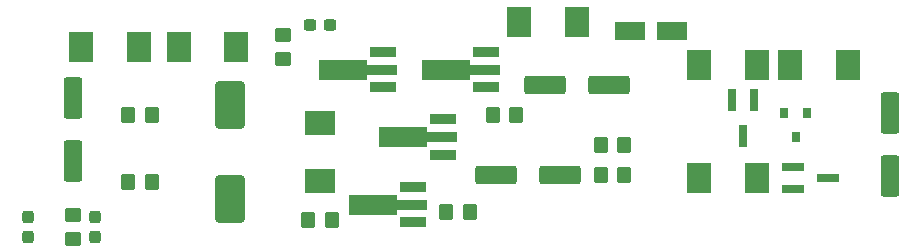
<source format=gtp>
%TF.GenerationSoftware,KiCad,Pcbnew,(6.0.1)*%
%TF.CreationDate,2022-02-18T16:05:49+00:00*%
%TF.ProjectId,Microphone Booster,4d696372-6f70-4686-9f6e-6520426f6f73,rev?*%
%TF.SameCoordinates,Original*%
%TF.FileFunction,Paste,Top*%
%TF.FilePolarity,Positive*%
%FSLAX46Y46*%
G04 Gerber Fmt 4.6, Leading zero omitted, Abs format (unit mm)*
G04 Created by KiCad (PCBNEW (6.0.1)) date 2022-02-18 16:05:49*
%MOMM*%
%LPD*%
G01*
G04 APERTURE LIST*
G04 Aperture macros list*
%AMRoundRect*
0 Rectangle with rounded corners*
0 $1 Rounding radius*
0 $2 $3 $4 $5 $6 $7 $8 $9 X,Y pos of 4 corners*
0 Add a 4 corners polygon primitive as box body*
4,1,4,$2,$3,$4,$5,$6,$7,$8,$9,$2,$3,0*
0 Add four circle primitives for the rounded corners*
1,1,$1+$1,$2,$3*
1,1,$1+$1,$4,$5*
1,1,$1+$1,$6,$7*
1,1,$1+$1,$8,$9*
0 Add four rect primitives between the rounded corners*
20,1,$1+$1,$2,$3,$4,$5,0*
20,1,$1+$1,$4,$5,$6,$7,0*
20,1,$1+$1,$6,$7,$8,$9,0*
20,1,$1+$1,$8,$9,$2,$3,0*%
%AMFreePoly0*
4,1,9,5.362500,-0.866500,1.237500,-0.866500,1.237500,-0.450000,-1.237500,-0.450000,-1.237500,0.450000,1.237500,0.450000,1.237500,0.866500,5.362500,0.866500,5.362500,-0.866500,5.362500,-0.866500,$1*%
G04 Aperture macros list end*
%ADD10R,0.800000X1.900000*%
%ADD11R,1.900000X0.800000*%
%ADD12RoundRect,0.250000X1.050000X0.550000X-1.050000X0.550000X-1.050000X-0.550000X1.050000X-0.550000X0*%
%ADD13R,2.100000X2.600000*%
%ADD14RoundRect,0.250000X-0.350000X-0.450000X0.350000X-0.450000X0.350000X0.450000X-0.350000X0.450000X0*%
%ADD15RoundRect,0.250000X0.450000X-0.350000X0.450000X0.350000X-0.450000X0.350000X-0.450000X-0.350000X0*%
%ADD16RoundRect,0.250000X0.350000X0.450000X-0.350000X0.450000X-0.350000X-0.450000X0.350000X-0.450000X0*%
%ADD17R,2.600000X2.100000*%
%ADD18RoundRect,0.250000X-0.450000X0.350000X-0.450000X-0.350000X0.450000X-0.350000X0.450000X0.350000X0*%
%ADD19R,2.300000X0.900000*%
%ADD20FreePoly0,180.000000*%
%ADD21R,0.800000X0.900000*%
%ADD22RoundRect,0.237500X0.237500X-0.300000X0.237500X0.300000X-0.237500X0.300000X-0.237500X-0.300000X0*%
%ADD23RoundRect,0.250000X-0.550000X1.500000X-0.550000X-1.500000X0.550000X-1.500000X0.550000X1.500000X0*%
%ADD24RoundRect,0.250000X0.550000X-1.500000X0.550000X1.500000X-0.550000X1.500000X-0.550000X-1.500000X0*%
%ADD25RoundRect,0.250000X1.500000X0.550000X-1.500000X0.550000X-1.500000X-0.550000X1.500000X-0.550000X0*%
%ADD26RoundRect,0.237500X0.300000X0.237500X-0.300000X0.237500X-0.300000X-0.237500X0.300000X-0.237500X0*%
%ADD27RoundRect,0.250000X1.000000X-1.750000X1.000000X1.750000X-1.000000X1.750000X-1.000000X-1.750000X0*%
G04 APERTURE END LIST*
D10*
%TO.C,Q6*%
X121375000Y-73065000D03*
X119475000Y-73065000D03*
X120425000Y-76065000D03*
%TD*%
D11*
%TO.C,Q5*%
X124640000Y-78695000D03*
X124640000Y-80595000D03*
X127640000Y-79645000D03*
%TD*%
D12*
%TO.C,C6*%
X114449000Y-67183000D03*
X110849000Y-67183000D03*
%TD*%
D13*
%TO.C,R16*%
X77540000Y-68580000D03*
X72640000Y-68580000D03*
%TD*%
%TO.C,R15*%
X64385000Y-68580000D03*
X69285000Y-68580000D03*
%TD*%
%TO.C,R14*%
X116705000Y-70120000D03*
X121605000Y-70120000D03*
%TD*%
%TO.C,R13*%
X124415000Y-70120000D03*
X129315000Y-70120000D03*
%TD*%
%TO.C,R12*%
X116705000Y-79645000D03*
X121605000Y-79645000D03*
%TD*%
D14*
%TO.C,R11*%
X108380000Y-79375000D03*
X110380000Y-79375000D03*
%TD*%
%TO.C,R10*%
X110380000Y-76835000D03*
X108380000Y-76835000D03*
%TD*%
D15*
%TO.C,R9*%
X81440000Y-69580000D03*
X81440000Y-67580000D03*
%TD*%
D13*
%TO.C,R8*%
X101436000Y-66421000D03*
X106336000Y-66421000D03*
%TD*%
D16*
%TO.C,R7*%
X99220000Y-74295000D03*
X101220000Y-74295000D03*
%TD*%
D14*
%TO.C,R6*%
X68375000Y-74295000D03*
X70375000Y-74295000D03*
%TD*%
D16*
%TO.C,R5*%
X85615000Y-83185000D03*
X83615000Y-83185000D03*
%TD*%
D14*
%TO.C,R4*%
X95315000Y-82550000D03*
X97315000Y-82550000D03*
%TD*%
%TO.C,R3*%
X68375000Y-80010000D03*
X70375000Y-80010000D03*
%TD*%
D17*
%TO.C,R2*%
X84615000Y-79920000D03*
X84615000Y-75020000D03*
%TD*%
D18*
%TO.C,R1*%
X63660000Y-84820000D03*
X63660000Y-82820000D03*
%TD*%
D19*
%TO.C,Q4*%
X89940000Y-71985000D03*
D20*
X89852500Y-70485000D03*
D19*
X89940000Y-68985000D03*
%TD*%
%TO.C,Q3*%
X98672500Y-71985000D03*
D20*
X98585000Y-70485000D03*
D19*
X98672500Y-68985000D03*
%TD*%
%TO.C,Q2*%
X92480000Y-83415000D03*
D20*
X92392500Y-81915000D03*
D19*
X92480000Y-80415000D03*
%TD*%
%TO.C,Q1*%
X95020000Y-77700000D03*
D20*
X94932500Y-76200000D03*
D19*
X95020000Y-74700000D03*
%TD*%
D21*
%TO.C,D1*%
X123920000Y-74200000D03*
X124870000Y-76200000D03*
X125820000Y-74200000D03*
%TD*%
D22*
%TO.C,C9*%
X59850000Y-84682500D03*
X59850000Y-82957500D03*
%TD*%
D23*
%TO.C,C8*%
X63660000Y-78265000D03*
X63660000Y-72865000D03*
%TD*%
D24*
%TO.C,C7*%
X132875000Y-79535000D03*
X132875000Y-74135000D03*
%TD*%
D25*
%TO.C,C5*%
X104935000Y-79375000D03*
X99535000Y-79375000D03*
%TD*%
%TO.C,C4*%
X109065000Y-71755000D03*
X103665000Y-71755000D03*
%TD*%
D26*
%TO.C,C3*%
X85477500Y-66675000D03*
X83752500Y-66675000D03*
%TD*%
D27*
%TO.C,C2*%
X76995000Y-81470000D03*
X76995000Y-73470000D03*
%TD*%
D22*
%TO.C,C1*%
X65565000Y-84682500D03*
X65565000Y-82957500D03*
%TD*%
M02*

</source>
